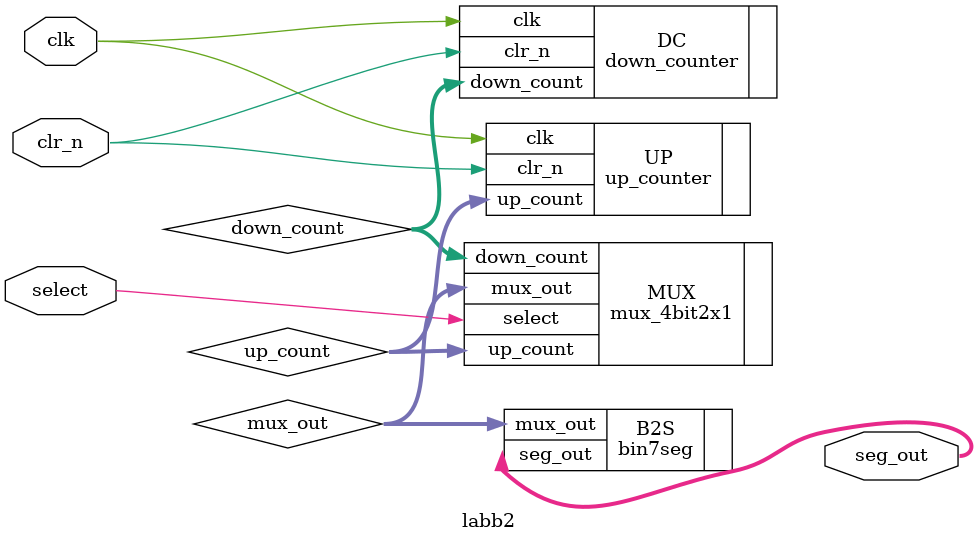
<source format=v>
module labb2(clk, clr_n, select, seg_out);

input clk, clr_n, select;
output [6:0] seg_out;

wire [3:0] mux_out, up_count, down_count;

up_counter UP (.clk(clk), .clr_n(clr_n), .up_count(up_count));
down_counter DC (.clk(clk), .clr_n(clr_n), .down_count(down_count));	
mux_4bit2x1 MUX (.up_count(up_count),.down_count(down_count), .select(select), .mux_out(mux_out));
bin7seg B2S (.mux_out(mux_out), .seg_out(seg_out));

endmodule

</source>
